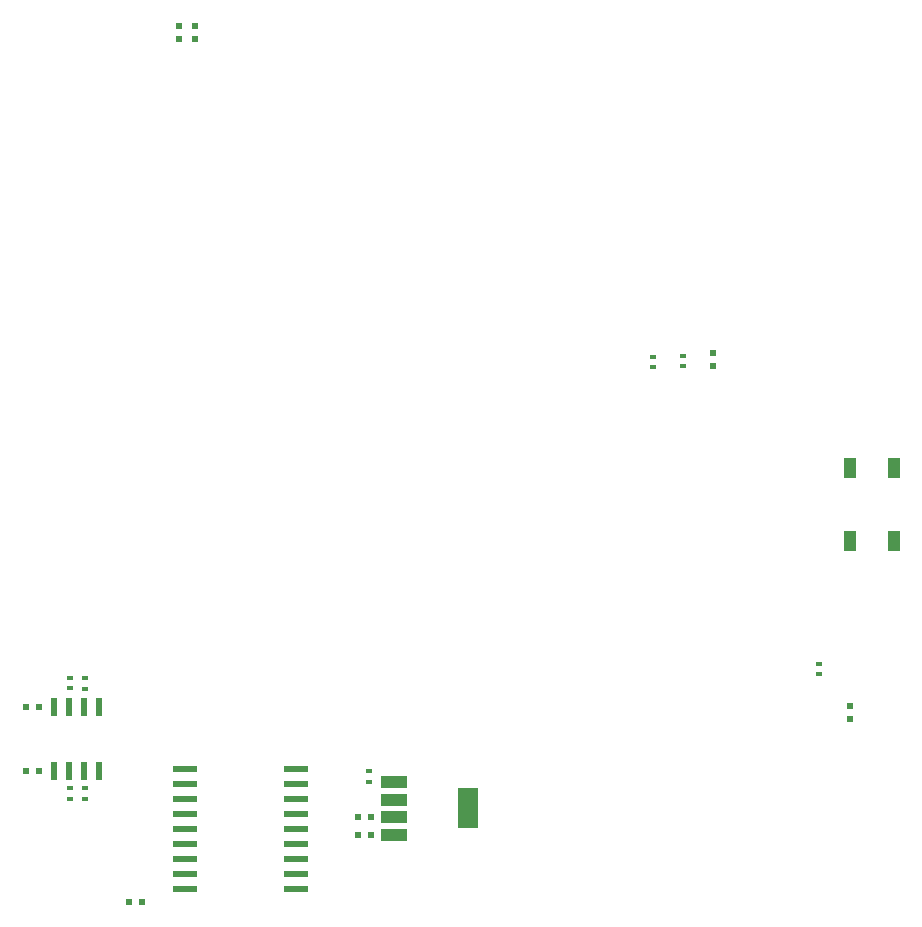
<source format=gbr>
G04 #@! TF.GenerationSoftware,KiCad,Pcbnew,(5.1.2)-2*
G04 #@! TF.CreationDate,2021-12-15T08:53:20-03:00*
G04 #@! TF.ProjectId,Magnetometer_A,4d61676e-6574-46f6-9d65-7465725f412e,rev?*
G04 #@! TF.SameCoordinates,Original*
G04 #@! TF.FileFunction,Paste,Top*
G04 #@! TF.FilePolarity,Positive*
%FSLAX46Y46*%
G04 Gerber Fmt 4.6, Leading zero omitted, Abs format (unit mm)*
G04 Created by KiCad (PCBNEW (5.1.2)-2) date 2021-12-15 08:53:20*
%MOMM*%
%LPD*%
G04 APERTURE LIST*
%ADD10R,0.500000X0.600000*%
%ADD11R,0.600000X0.400000*%
%ADD12R,0.600000X0.500000*%
%ADD13R,1.100000X1.800000*%
%ADD14R,2.200000X1.000000*%
%ADD15R,1.800000X3.400000*%
%ADD16R,0.600000X1.550000*%
%ADD17R,2.000000X0.600000*%
G04 APERTURE END LIST*
D10*
X58150000Y-167900000D03*
X58150000Y-169000000D03*
X59480000Y-167900000D03*
X59480000Y-169000000D03*
X103310000Y-196660000D03*
X103310000Y-195560000D03*
D11*
X100760000Y-195830000D03*
X100760000Y-196730000D03*
X98220000Y-196792000D03*
X98220000Y-195892000D03*
D12*
X74400000Y-234900000D03*
X73300000Y-234900000D03*
X45125000Y-225575000D03*
X46225000Y-225575000D03*
D10*
X114910000Y-226560000D03*
X114910000Y-225460000D03*
D12*
X45125000Y-230975000D03*
X46225000Y-230975000D03*
X73275000Y-236400000D03*
X74375000Y-236400000D03*
X54975000Y-242075000D03*
X53875000Y-242075000D03*
D11*
X48850000Y-224000000D03*
X48850000Y-223100000D03*
X50125000Y-224025000D03*
X50125000Y-223125000D03*
X48850000Y-233350000D03*
X48850000Y-232450000D03*
X50125000Y-232450000D03*
X50125000Y-233350000D03*
X74225000Y-231900000D03*
X74225000Y-231000000D03*
X112325000Y-222800000D03*
X112325000Y-221900000D03*
D13*
X118670000Y-205350000D03*
X118670000Y-211550000D03*
X114970000Y-205350000D03*
X114970000Y-211550000D03*
D14*
X76315000Y-236405000D03*
X76315000Y-233405000D03*
D15*
X82615000Y-234155000D03*
D14*
X76315000Y-234905000D03*
X76315000Y-231905000D03*
D16*
X47570000Y-225575000D03*
X48840000Y-225575000D03*
X50110000Y-225575000D03*
X51380000Y-225575000D03*
X51380000Y-230975000D03*
X50110000Y-230975000D03*
X48840000Y-230975000D03*
X47570000Y-230975000D03*
D17*
X58620000Y-241000000D03*
X58620000Y-239730000D03*
X58620000Y-238460000D03*
X58620000Y-237190000D03*
X58620000Y-235920000D03*
X58620000Y-234650000D03*
X58620000Y-233380000D03*
X58620000Y-232110000D03*
X58620000Y-230840000D03*
X68020000Y-230840000D03*
X68020000Y-232110000D03*
X68020000Y-233380000D03*
X68020000Y-234650000D03*
X68020000Y-235920000D03*
X68020000Y-237190000D03*
X68020000Y-238460000D03*
X68020000Y-239730000D03*
X68020000Y-241000000D03*
M02*

</source>
